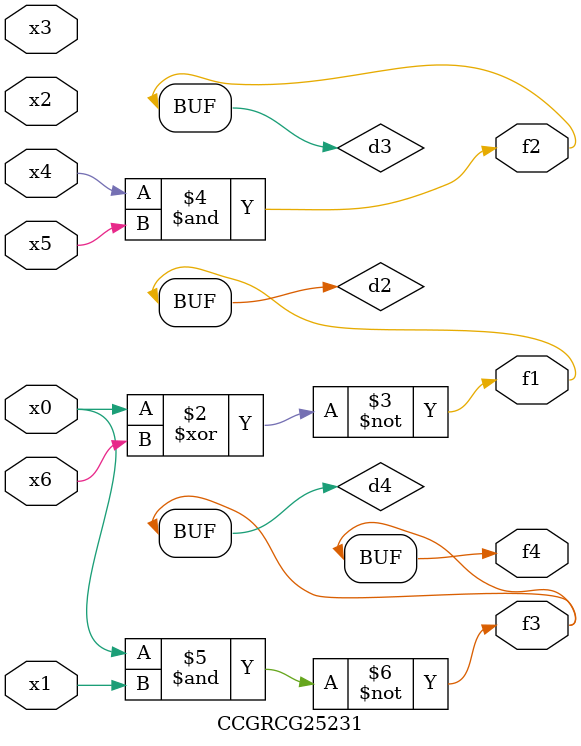
<source format=v>
module CCGRCG25231(
	input x0, x1, x2, x3, x4, x5, x6,
	output f1, f2, f3, f4
);

	wire d1, d2, d3, d4;

	nor (d1, x0);
	xnor (d2, x0, x6);
	and (d3, x4, x5);
	nand (d4, x0, x1);
	assign f1 = d2;
	assign f2 = d3;
	assign f3 = d4;
	assign f4 = d4;
endmodule

</source>
